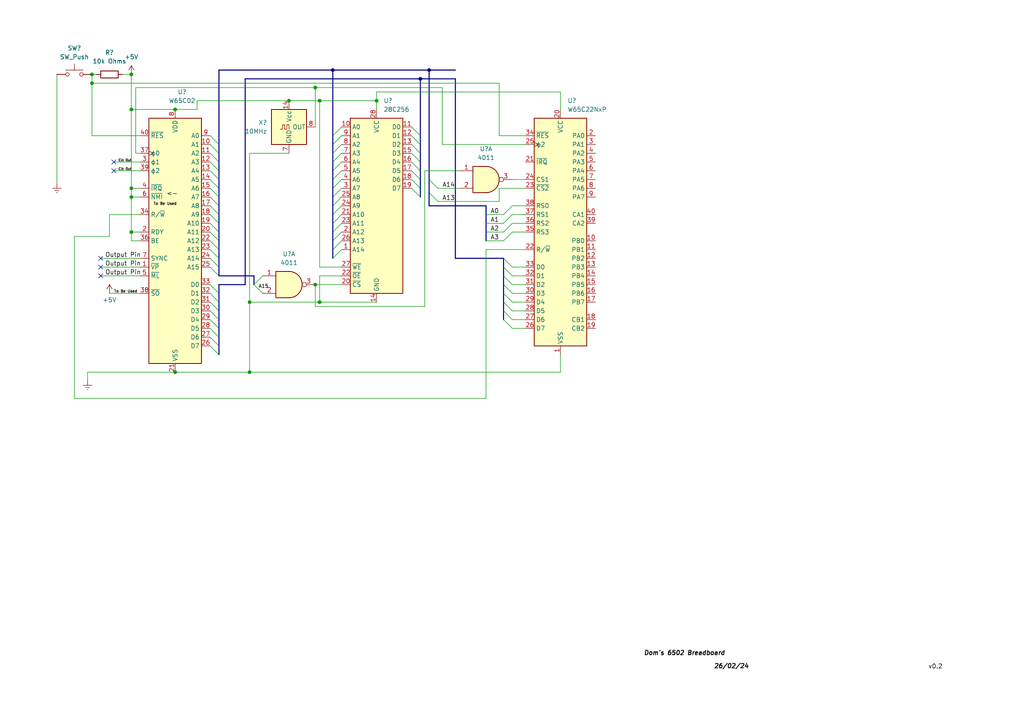
<source format=kicad_sch>
(kicad_sch (version 20211123) (generator eeschema)
  (paper "A4")
  (lib_symbols
    (symbol "4xxx:4011" (pin_names (offset 1.016))
      (property "Reference" "U" (at 0 1.27 0))
      (property "Value" "4011" (at 0 -1.27 0))
      (symbol "4011_1_1"
        (arc (start 0 -3.81) (mid 3.81 0) (end 0 3.81) (stroke (width 0.254)) (fill (type background)))
        (polyline (pts (xy 0 3.81) (xy -3.81 3.81) (xy -3.81 -3.81) (xy 0 -3.81)) (stroke (width 0.254)) (fill (type background)))
        (pin input line (at -7.62 2.54 0) (length 3.81) (name "~") (number "1"))
        (pin input line (at -7.62 -2.54 0) (length 3.81) (name "~") (number "2"))
        (pin output inverted (at 7.62 0 180) (length 3.81) (name "~") (number "3"))
      )
      (symbol "4011_1_2"
        (arc (start -3.81 -3.81) (mid -2.589 0) (end -3.81 3.81) (stroke (width 0.254)))
        (arc (start -0.6096 -3.81) (mid 2.1842 -2.5851) (end 3.81 0) (stroke (width 0.254)) (fill (type background)))
        (polyline (pts (xy -3.81 -3.81) (xy -0.635 -3.81)) (stroke (width 0.254)) (fill (type background)))
        (polyline (pts (xy -3.81 3.81) (xy -0.635 3.81)) (stroke (width 0.254)) (fill (type background)))
        (polyline (pts (xy -0.635 3.81) (xy -3.81 3.81) (xy -3.81 3.81) (xy -3.556 3.4036) (xy -3.0226 2.2606) (xy -2.6924 1.0414) (xy -2.6162 -0.254) (xy -2.7686 -1.4986) (xy -3.175 -2.7178) (xy -3.81 -3.81) (xy -3.81 -3.81) (xy -0.635 -3.81)) (stroke (width -25.4)) (fill (type background)))
        (arc (start 3.81 0) (mid 2.1915 2.5936) (end -0.6096 3.81) (stroke (width 0.254)) (fill (type background)))
        (pin input inverted (at -7.62 2.54 0) (length 4.318) (name "~") (number "1"))
        (pin input inverted (at -7.62 -2.54 0) (length 4.318) (name "~") (number "2"))
        (pin output line (at 7.62 0 180) (length 3.81) (name "~") (number "3"))
      )
      (symbol "4011_2_1"
        (arc (start 0 -3.81) (mid 3.81 0) (end 0 3.81) (stroke (width 0.254)) (fill (type background)))
        (polyline (pts (xy 0 3.81) (xy -3.81 3.81) (xy -3.81 -3.81) (xy 0 -3.81)) (stroke (width 0.254)) (fill (type background)))
        (pin output inverted (at 7.62 0 180) (length 3.81) (name "~") (number "4"))
        (pin input line (at -7.62 2.54 0) (length 3.81) (name "~") (number "5"))
        (pin input line (at -7.62 -2.54 0) (length 3.81) (name "~") (number "6"))
      )
      (symbol "4011_2_2"
        (arc (start -3.81 -3.81) (mid -2.589 0) (end -3.81 3.81) (stroke (width 0.254)))
        (arc (start -0.6096 -3.81) (mid 2.1842 -2.5851) (end 3.81 0) (stroke (width 0.254)) (fill (type background)))
        (polyline (pts (xy -3.81 -3.81) (xy -0.635 -3.81)) (stroke (width 0.254)) (fill (type background)))
        (polyline (pts (xy -3.81 3.81) (xy -0.635 3.81)) (stroke (width 0.254)) (fill (type background)))
        (polyline (pts (xy -0.635 3.81) (xy -3.81 3.81) (xy -3.81 3.81) (xy -3.556 3.4036) (xy -3.0226 2.2606) (xy -2.6924 1.0414) (xy -2.6162 -0.254) (xy -2.7686 -1.4986) (xy -3.175 -2.7178) (xy -3.81 -3.81) (xy -3.81 -3.81) (xy -0.635 -3.81)) (stroke (width -25.4)) (fill (type background)))
        (arc (start 3.81 0) (mid 2.1915 2.5936) (end -0.6096 3.81) (stroke (width 0.254)) (fill (type background)))
        (pin output line (at 7.62 0 180) (length 3.81) (name "~") (number "4"))
        (pin input inverted (at -7.62 2.54 0) (length 4.318) (name "~") (number "5"))
        (pin input inverted (at -7.62 -2.54 0) (length 4.318) (name "~") (number "6"))
      )
      (symbol "4011_3_1"
        (arc (start 0 -3.81) (mid 3.81 0) (end 0 3.81) (stroke (width 0.254)) (fill (type background)))
        (polyline (pts (xy 0 3.81) (xy -3.81 3.81) (xy -3.81 -3.81) (xy 0 -3.81)) (stroke (width 0.254)) (fill (type background)))
        (pin output inverted (at 7.62 0 180) (length 3.81) (name "~") (number "10"))
        (pin input line (at -7.62 2.54 0) (length 3.81) (name "~") (number "8"))
        (pin input line (at -7.62 -2.54 0) (length 3.81) (name "~") (number "9"))
      )
      (symbol "4011_3_2"
        (arc (start -3.81 -3.81) (mid -2.589 0) (end -3.81 3.81) (stroke (width 0.254)))
        (arc (start -0.6096 -3.81) (mid 2.1842 -2.5851) (end 3.81 0) (stroke (width 0.254)) (fill (type background)))
        (polyline (pts (xy -3.81 -3.81) (xy -0.635 -3.81)) (stroke (width 0.254)) (fill (type background)))
        (polyline (pts (xy -3.81 3.81) (xy -0.635 3.81)) (stroke (width 0.254)) (fill (type background)))
        (polyline (pts (xy -0.635 3.81) (xy -3.81 3.81) (xy -3.81 3.81) (xy -3.556 3.4036) (xy -3.0226 2.2606) (xy -2.6924 1.0414) (xy -2.6162 -0.254) (xy -2.7686 -1.4986) (xy -3.175 -2.7178) (xy -3.81 -3.81) (xy -3.81 -3.81) (xy -0.635 -3.81)) (stroke (width -25.4)) (fill (type background)))
        (arc (start 3.81 0) (mid 2.1915 2.5936) (end -0.6096 3.81) (stroke (width 0.254)) (fill (type background)))
        (pin output line (at 7.62 0 180) (length 3.81) (name "~") (number "10"))
        (pin input inverted (at -7.62 2.54 0) (length 4.318) (name "~") (number "8"))
        (pin input inverted (at -7.62 -2.54 0) (length 4.318) (name "~") (number "9"))
      )
      (symbol "4011_4_1"
        (arc (start 0 -3.81) (mid 3.81 0) (end 0 3.81) (stroke (width 0.254)) (fill (type background)))
        (polyline (pts (xy 0 3.81) (xy -3.81 3.81) (xy -3.81 -3.81) (xy 0 -3.81)) (stroke (width 0.254)) (fill (type background)))
        (pin output inverted (at 7.62 0 180) (length 3.81) (name "~") (number "11"))
        (pin input line (at -7.62 2.54 0) (length 3.81) (name "~") (number "12"))
        (pin input line (at -7.62 -2.54 0) (length 3.81) (name "~") (number "13"))
      )
      (symbol "4011_4_2"
        (arc (start -3.81 -3.81) (mid -2.589 0) (end -3.81 3.81) (stroke (width 0.254)))
        (arc (start -0.6096 -3.81) (mid 2.1842 -2.5851) (end 3.81 0) (stroke (width 0.254)) (fill (type background)))
        (polyline (pts (xy -3.81 -3.81) (xy -0.635 -3.81)) (stroke (width 0.254)) (fill (type background)))
        (polyline (pts (xy -3.81 3.81) (xy -0.635 3.81)) (stroke (width 0.254)) (fill (type background)))
        (polyline (pts (xy -0.635 3.81) (xy -3.81 3.81) (xy -3.81 3.81) (xy -3.556 3.4036) (xy -3.0226 2.2606) (xy -2.6924 1.0414) (xy -2.6162 -0.254) (xy -2.7686 -1.4986) (xy -3.175 -2.7178) (xy -3.81 -3.81) (xy -3.81 -3.81) (xy -0.635 -3.81)) (stroke (width -25.4)) (fill (type background)))
        (arc (start 3.81 0) (mid 2.1915 2.5936) (end -0.6096 3.81) (stroke (width 0.254)) (fill (type background)))
        (pin output line (at 7.62 0 180) (length 3.81) (name "~") (number "11"))
        (pin input inverted (at -7.62 2.54 0) (length 4.318) (name "~") (number "12"))
        (pin input inverted (at -7.62 -2.54 0) (length 4.318) (name "~") (number "13"))
      )
      (symbol "4011_5_0"
        (pin power_in line (at 0 12.7 270) (length 5.08) (name "VDD") (number "14"))
        (pin power_in line (at 0 -12.7 90) (length 5.08) (name "VSS") (number "7"))
      )
      (symbol "4011_5_1"
        (rectangle (start -5.08 7.62) (end 5.08 -7.62) (stroke (width 0.254)) (fill (type background)))
      )
    )
    (symbol "6502:W65C02SxP"
      (property "Reference" "U" (at 2.54 40.64 0))
      (property "Value" "W65C02SxP" (at 2.54 38.1 0))
      (symbol "W65C02SxP_0_1"
        (rectangle (start -7.62 35.56) (end 7.62 -35.56) (stroke (width 0.254)) (fill (type background)))
      )
      (symbol "W65C02SxP_1_1"
        (pin output line (at -10.16 -7.62 0) (length 2.54) (name "~{VP}") (number "1"))
        (pin tri_state line (at 10.16 27.94 180) (length 2.54) (name "A1") (number "10"))
        (pin tri_state line (at 10.16 25.4 180) (length 2.54) (name "A2") (number "11"))
        (pin tri_state line (at 10.16 22.86 180) (length 2.54) (name "A3") (number "12"))
        (pin tri_state line (at 10.16 20.32 180) (length 2.54) (name "A4") (number "13"))
        (pin tri_state line (at 10.16 17.78 180) (length 2.54) (name "A5") (number "14"))
        (pin tri_state line (at 10.16 15.24 180) (length 2.54) (name "A6") (number "15"))
        (pin tri_state line (at 10.16 12.7 180) (length 2.54) (name "A7") (number "16"))
        (pin tri_state line (at 10.16 10.16 180) (length 2.54) (name "A8") (number "17"))
        (pin tri_state line (at 10.16 7.62 180) (length 2.54) (name "A9") (number "18"))
        (pin tri_state line (at 10.16 5.08 180) (length 2.54) (name "A10") (number "19"))
        (pin open_collector line (at -10.16 2.54 0) (length 2.54) (name "RDY") (number "2"))
        (pin tri_state line (at 10.16 2.54 180) (length 2.54) (name "A11") (number "20"))
        (pin power_in line (at 0 -38.1 90) (length 2.54) (name "VSS") (number "21"))
        (pin tri_state line (at 10.16 0 180) (length 2.54) (name "A12") (number "22"))
        (pin tri_state line (at 10.16 -2.54 180) (length 2.54) (name "A13") (number "23"))
        (pin tri_state line (at 10.16 -5.08 180) (length 2.54) (name "A14") (number "24"))
        (pin tri_state line (at 10.16 -7.62 180) (length 2.54) (name "A15") (number "25"))
        (pin bidirectional line (at 10.16 -30.48 180) (length 2.54) (name "D7") (number "26"))
        (pin bidirectional line (at 10.16 -27.94 180) (length 2.54) (name "D6") (number "27"))
        (pin bidirectional line (at 10.16 -25.4 180) (length 2.54) (name "D5") (number "28"))
        (pin bidirectional line (at 10.16 -22.86 180) (length 2.54) (name "D4") (number "29"))
        (pin output line (at -10.16 22.86 0) (length 2.54) (name "ϕ1") (number "3"))
        (pin bidirectional line (at 10.16 -20.32 180) (length 2.54) (name "D3") (number "30"))
        (pin bidirectional line (at 10.16 -17.78 180) (length 2.54) (name "D2") (number "31"))
        (pin bidirectional line (at 10.16 -15.24 180) (length 2.54) (name "D1") (number "32"))
        (pin bidirectional line (at 10.16 -12.7 180) (length 2.54) (name "D0") (number "33"))
        (pin tri_state line (at -10.16 7.62 0) (length 2.54) (name "R/~{W}") (number "34"))
        (pin no_connect non_logic (at -7.62 -30.48 0) (length 2.54) hide (name "nc") (number "35"))
        (pin input line (at -10.16 0 0) (length 2.54) (name "BE") (number "36"))
        (pin input clock (at -10.16 25.4 0) (length 2.54) (name "ϕ0") (number "37"))
        (pin input line (at -10.16 -15.24 0) (length 2.54) (name "~{SO}") (number "38"))
        (pin output line (at -10.16 20.32 0) (length 2.54) (name "ϕ2") (number "39"))
        (pin input line (at -10.16 15.24 0) (length 2.54) (name "~{IRQ}") (number "4"))
        (pin input line (at -10.16 30.48 0) (length 2.54) (name "~{RES}") (number "40"))
        (pin output line (at -10.16 -10.16 0) (length 2.54) (name "~{ML}") (number "5"))
        (pin input line (at -10.16 12.7 0) (length 2.54) (name "~{NMI}") (number "6"))
        (pin output line (at -10.16 -5.08 0) (length 2.54) (name "SYNC") (number "7"))
        (pin power_in line (at 0 38.1 270) (length 2.54) (name "VDD") (number "8"))
        (pin tri_state line (at 10.16 30.48 180) (length 2.54) (name "A0") (number "9"))
      )
    )
    (symbol "6502:W65C22NxP"
      (property "Reference" "U" (at 2.54 38.1 0))
      (property "Value" "W65C22NxP" (at 2.54 35.56 0))
      (symbol "W65C22NxP_0_1"
        (rectangle (start -7.62 33.02) (end 7.62 -33.02) (stroke (width 0.254)) (fill (type background)))
      )
      (symbol "W65C22NxP_1_1"
        (pin power_in line (at 0 -35.56 90) (length 2.54) (name "VSS") (number "1"))
        (pin bidirectional line (at 10.16 -2.54 180) (length 2.54) (name "PB0") (number "10"))
        (pin bidirectional line (at 10.16 -5.08 180) (length 2.54) (name "PB1") (number "11"))
        (pin bidirectional line (at 10.16 -7.62 180) (length 2.54) (name "PB2") (number "12"))
        (pin bidirectional line (at 10.16 -10.16 180) (length 2.54) (name "PB3") (number "13"))
        (pin bidirectional line (at 10.16 -12.7 180) (length 2.54) (name "PB4") (number "14"))
        (pin bidirectional line (at 10.16 -15.24 180) (length 2.54) (name "PB5") (number "15"))
        (pin bidirectional line (at 10.16 -17.78 180) (length 2.54) (name "PB6") (number "16"))
        (pin bidirectional line (at 10.16 -20.32 180) (length 2.54) (name "PB7") (number "17"))
        (pin input line (at 10.16 -25.4 180) (length 2.54) (name "CB1") (number "18"))
        (pin bidirectional line (at 10.16 -27.94 180) (length 2.54) (name "CB2") (number "19"))
        (pin bidirectional line (at 10.16 27.94 180) (length 2.54) (name "PA0") (number "2"))
        (pin power_in line (at 0 35.56 270) (length 2.54) (name "VCC") (number "20"))
        (pin open_collector line (at -10.16 20.32 0) (length 2.54) (name "~{IRQ}") (number "21"))
        (pin input line (at -10.16 -5.08 0) (length 2.54) (name "R/~{W}") (number "22"))
        (pin input line (at -10.16 12.7 0) (length 2.54) (name "~{CS2}") (number "23"))
        (pin input line (at -10.16 15.24 0) (length 2.54) (name "CS1") (number "24"))
        (pin input clock (at -10.16 25.4 0) (length 2.54) (name "ϕ2") (number "25"))
        (pin bidirectional line (at -10.16 -27.94 0) (length 2.54) (name "D7") (number "26"))
        (pin bidirectional line (at -10.16 -25.4 0) (length 2.54) (name "D6") (number "27"))
        (pin bidirectional line (at -10.16 -22.86 0) (length 2.54) (name "D5") (number "28"))
        (pin bidirectional line (at -10.16 -20.32 0) (length 2.54) (name "D4") (number "29"))
        (pin bidirectional line (at 10.16 25.4 180) (length 2.54) (name "PA1") (number "3"))
        (pin bidirectional line (at -10.16 -17.78 0) (length 2.54) (name "D3") (number "30"))
        (pin bidirectional line (at -10.16 -15.24 0) (length 2.54) (name "D2") (number "31"))
        (pin bidirectional line (at -10.16 -12.7 0) (length 2.54) (name "D1") (number "32"))
        (pin bidirectional line (at -10.16 -10.16 0) (length 2.54) (name "D0") (number "33"))
        (pin input line (at -10.16 27.94 0) (length 2.54) (name "~{RES}") (number "34"))
        (pin input line (at -10.16 0 0) (length 2.54) (name "RS3") (number "35"))
        (pin input line (at -10.16 2.54 0) (length 2.54) (name "RS2") (number "36"))
        (pin input line (at -10.16 5.08 0) (length 2.54) (name "RS1") (number "37"))
        (pin input line (at -10.16 7.62 0) (length 2.54) (name "RS0") (number "38"))
        (pin bidirectional line (at 10.16 2.54 180) (length 2.54) (name "CA2") (number "39"))
        (pin bidirectional line (at 10.16 22.86 180) (length 2.54) (name "PA2") (number "4"))
        (pin input line (at 10.16 5.08 180) (length 2.54) (name "CA1") (number "40"))
        (pin bidirectional line (at 10.16 20.32 180) (length 2.54) (name "PA3") (number "5"))
        (pin bidirectional line (at 10.16 17.78 180) (length 2.54) (name "PA4") (number "6"))
        (pin bidirectional line (at 10.16 15.24 180) (length 2.54) (name "PA5") (number "7"))
        (pin bidirectional line (at 10.16 12.7 180) (length 2.54) (name "PA6") (number "8"))
        (pin bidirectional line (at 10.16 10.16 180) (length 2.54) (name "PA7") (number "9"))
      )
    )
    (symbol "Device:R" (pin_numbers hide) (pin_names (offset 0))
      (property "Reference" "R" (at 2.032 0 90))
      (property "Value" "R" (at 0 0 90))
      (symbol "R_0_1"
        (rectangle (start -1.016 -2.54) (end 1.016 2.54) (stroke (width 0.254)))
      )
      (symbol "R_1_1"
        (pin passive line (at 0 3.81 270) (length 1.27) (name "~") (number "1"))
        (pin passive line (at 0 -3.81 90) (length 1.27) (name "~") (number "2"))
      )
    )
    (symbol "EEProm:28C256"
      (property "Reference" "U" (at -7.62 26.67 0))
      (property "Value" "28C256" (at 2.54 -26.67 0))
      (symbol "28C256_1_1"
        (rectangle (start -7.62 25.4) (end 7.62 -25.4) (stroke (width 0.254)) (fill (type background)))
        (pin input line (at -10.16 -12.7 0) (length 2.54) (name "A14") (number "1"))
        (pin input line (at -10.16 22.86 0) (length 2.54) (name "A0") (number "10"))
        (pin tri_state line (at 10.16 22.86 180) (length 2.54) (name "D0") (number "11"))
        (pin tri_state line (at 10.16 20.32 180) (length 2.54) (name "D1") (number "12"))
        (pin tri_state line (at 10.16 17.78 180) (length 2.54) (name "D2") (number "13"))
        (pin power_in line (at 0 -27.94 90) (length 2.54) (name "GND") (number "14"))
        (pin tri_state line (at 10.16 15.24 180) (length 2.54) (name "D3") (number "15"))
        (pin tri_state line (at 10.16 12.7 180) (length 2.54) (name "D4") (number "16"))
        (pin tri_state line (at 10.16 10.16 180) (length 2.54) (name "D5") (number "17"))
        (pin tri_state line (at 10.16 7.62 180) (length 2.54) (name "D6") (number "18"))
        (pin tri_state line (at 10.16 5.08 180) (length 2.54) (name "D7") (number "19"))
        (pin input line (at -10.16 -7.62 0) (length 2.54) (name "A12") (number "2"))
        (pin input line (at -10.16 -22.86 0) (length 2.54) (name "~{CS}") (number "20"))
        (pin input line (at -10.16 -2.54 0) (length 2.54) (name "A10") (number "21"))
        (pin input line (at -10.16 -20.32 0) (length 2.54) (name "~{OE}") (number "22"))
        (pin input line (at -10.16 -5.08 0) (length 2.54) (name "A11") (number "23"))
        (pin input line (at -10.16 0 0) (length 2.54) (name "A9") (number "24"))
        (pin input line (at -10.16 2.54 0) (length 2.54) (name "A8") (number "25"))
        (pin input line (at -10.16 -10.16 0) (length 2.54) (name "A13") (number "26"))
        (pin input line (at -10.16 -17.78 0) (length 2.54) (name "~{WE}") (number "27"))
        (pin power_in line (at 0 27.94 270) (length 2.54) (name "VCC") (number "28"))
        (pin input line (at -10.16 5.08 0) (length 2.54) (name "A7") (number "3"))
        (pin input line (at -10.16 7.62 0) (length 2.54) (name "A6") (number "4"))
        (pin input line (at -10.16 10.16 0) (length 2.54) (name "A5") (number "5"))
        (pin input line (at -10.16 12.7 0) (length 2.54) (name "A4") (number "6"))
        (pin input line (at -10.16 15.24 0) (length 2.54) (name "A3") (number "7"))
        (pin input line (at -10.16 17.78 0) (length 2.54) (name "A2") (number "8"))
        (pin input line (at -10.16 20.32 0) (length 2.54) (name "A1") (number "9"))
      )
    )
    (symbol "Oscillator:ACO-xxxMHz" (pin_names (offset 0.254))
      (property "Reference" "X" (at -5.08 6.35 0))
      (property "Value" "ACO-xxxMHz" (at 1.27 -6.35 0))
      (symbol "ACO-xxxMHz_0_1"
        (rectangle (start -5.08 5.08) (end 5.08 -5.08) (stroke (width 0.254)) (fill (type background)))
        (polyline (pts (xy -2.54 -0.635) (xy -1.905 -0.635) (xy -1.905 0.635) (xy -1.27 0.635) (xy -1.27 -0.635) (xy -0.635 -0.635) (xy -0.635 0.635) (xy 0 0.635) (xy 0 -0.635)))
      )
      (symbol "ACO-xxxMHz_1_1"
        (pin no_connect line (at -7.62 0 0) (length 2.54) hide (name "NC") (number "1"))
        (pin power_in line (at 0 7.62 270) (length 2.54) (name "Vcc") (number "14"))
        (pin power_in line (at 0 -7.62 90) (length 2.54) (name "GND") (number "7"))
        (pin output line (at 7.62 0 180) (length 2.54) (name "OUT") (number "8"))
      )
    )
    (symbol "Switch:SW_Push" (pin_numbers hide) (pin_names (offset 1.016) hide)
      (property "Reference" "SW" (at 1.27 2.54 0))
      (property "Value" "SW_Push" (at 0 -1.524 0))
      (symbol "SW_Push_0_1"
        (circle (center -2.032 0) (radius 0.508))
        (polyline (pts (xy 0 1.27) (xy 0 3.048)))
        (polyline (pts (xy 2.54 1.27) (xy -2.54 1.27)))
        (circle (center 2.032 0) (radius 0.508))
        (pin passive line (at -5.08 0 0) (length 2.54) (name "1") (number "1"))
        (pin passive line (at 5.08 0 180) (length 2.54) (name "2") (number "2"))
      )
    )
    (symbol "power:+5V" (power) (pin_names (offset 0))
      (property "Value" "+5V" (at 0 3.556 0))
      (symbol "+5V_0_1"
        (polyline (pts (xy -0.762 1.27) (xy 0 2.54)))
        (polyline (pts (xy 0 0) (xy 0 2.54)))
        (polyline (pts (xy 0 2.54) (xy 0.762 1.27)))
      )
      (symbol "+5V_1_1"
        (pin power_in line (at 0 0 90) (length 0) hide (name "+5V") (number "1"))
      )
    )
    (symbol "power:Earth" (power) (pin_names (offset 0))
      (symbol "Earth_0_1"
        (polyline (pts (xy -0.635 -1.905) (xy 0.635 -1.905)))
        (polyline (pts (xy -0.127 -2.54) (xy 0.127 -2.54)))
        (polyline (pts (xy 0 -1.27) (xy 0 0)))
        (polyline (pts (xy 1.27 -1.27) (xy -1.27 -1.27)))
      )
      (symbol "Earth_1_1"
        (pin power_in line (at 0 0 270) (length 0) hide (name "Earth") (number "1"))
      )
    )
  )
  (junction (at 83.82 29.21))
  (junction (at 72.39 107.95))
  (junction (at 50.8 31.75))
  (junction (at 91.44 25.4))
  (junction (at 26.67 24.13))
  (junction (at 38.1 57.15))
  (junction (at 26.67 21.59))
  (junction (at 91.44 82.55))
  (junction (at 124.46 20.32))
  (junction (at 96.52 20.32))
  (junction (at 72.39 87.63))
  (junction (at 38.1 21.59))
  (junction (at 38.1 54.61))
  (junction (at 38.1 67.31))
  (junction (at 50.8 107.95))
  (junction (at 92.71 29.21))
  (junction (at 92.71 87.63))
  (junction (at 38.1 31.75))
  (junction (at 121.92 22.86))
  (junction (at 109.22 29.21))
  (no_connect (at 29.21 80.01))
  (no_connect (at 33.02 49.53))
  (no_connect (at 29.21 77.47))
  (no_connect (at 33.02 46.99))
  (no_connect (at 29.21 74.93))
  (bus_entry (at 99.06 49.53) (size -2.54 2.54))
  (bus_entry (at 60.96 52.07) (size 2.54 2.54))
  (bus_entry (at 60.96 90.17) (size 2.54 2.54))
  (bus_entry (at 60.96 74.93) (size 2.54 2.54))
  (bus_entry (at 119.38 44.45) (size 2.54 2.54))
  (bus_entry (at 60.96 49.53) (size 2.54 2.54))
  (bus_entry (at 119.38 36.83) (size 2.54 2.54))
  (bus_entry (at 119.38 39.37) (size 2.54 2.54))
  (bus_entry (at 60.96 44.45) (size 2.54 2.54))
  (bus_entry (at 99.06 36.83) (size -2.54 2.54))
  (bus_entry (at 119.38 54.61) (size 2.54 2.54))
  (bus_entry (at 146.05 64.77) (size 2.54 -2.54))
  (bus_entry (at 146.05 74.93) (size 2.54 2.54))
  (bus_entry (at 76.2 80.01) (size -2.54 2.54))
  (bus_entry (at 146.05 85.09) (size 2.54 2.54))
  (bus_entry (at 99.06 67.31) (size -2.54 2.54))
  (bus_entry (at 119.38 46.99) (size 2.54 2.54))
  (bus_entry (at 99.06 52.07) (size -2.54 2.54))
  (bus_entry (at 99.06 69.85) (size -2.54 2.54))
  (bus_entry (at 146.05 92.71) (size 2.54 2.54))
  (bus_entry (at 60.96 62.23) (size 2.54 2.54))
  (bus_entry (at 60.96 41.91) (size 2.54 2.54))
  (bus_entry (at 60.96 39.37) (size 2.54 2.54))
  (bus_entry (at 99.06 64.77) (size -2.54 2.54))
  (bus_entry (at 119.38 49.53) (size 2.54 2.54))
  (bus_entry (at 119.38 41.91) (size 2.54 2.54))
  (bus_entry (at 60.96 77.47) (size 2.54 2.54))
  (bus_entry (at 146.05 62.23) (size 2.54 -2.54))
  (bus_entry (at 124.46 55.88) (size 2.54 2.54))
  (bus_entry (at 99.06 72.39) (size -2.54 2.54))
  (bus_entry (at 60.96 59.69) (size 2.54 2.54))
  (bus_entry (at 99.06 57.15) (size -2.54 2.54))
  (bus_entry (at 146.05 87.63) (size 2.54 2.54))
  (bus_entry (at 60.96 57.15) (size 2.54 2.54))
  (bus_entry (at 99.06 62.23) (size -2.54 2.54))
  (bus_entry (at 60.96 85.09) (size 2.54 2.54))
  (bus_entry (at 60.96 100.33) (size 2.54 2.54))
  (bus_entry (at 99.06 41.91) (size -2.54 2.54))
  (bus_entry (at 146.05 82.55) (size 2.54 2.54))
  (bus_entry (at 76.2 85.09) (size -2.54 -2.54))
  (bus_entry (at 146.05 69.85) (size 2.54 -2.54))
  (bus_entry (at 60.96 92.71) (size 2.54 2.54))
  (bus_entry (at 60.96 64.77) (size 2.54 2.54))
  (bus_entry (at 60.96 46.99) (size 2.54 2.54))
  (bus_entry (at 124.46 52.07) (size 2.54 2.54))
  (bus_entry (at 60.96 97.79) (size 2.54 2.54))
  (bus_entry (at 146.05 67.31) (size 2.54 -2.54))
  (bus_entry (at 60.96 67.31) (size 2.54 2.54))
  (bus_entry (at 60.96 54.61) (size 2.54 2.54))
  (bus_entry (at 60.96 82.55) (size 2.54 2.54))
  (bus_entry (at 99.06 46.99) (size -2.54 2.54))
  (bus_entry (at 60.96 69.85) (size 2.54 2.54))
  (bus_entry (at 99.06 44.45) (size -2.54 2.54))
  (bus_entry (at 146.05 90.17) (size 2.54 2.54))
  (bus_entry (at 99.06 59.69) (size -2.54 2.54))
  (bus_entry (at 60.96 87.63) (size 2.54 2.54))
  (bus_entry (at 146.05 77.47) (size 2.54 2.54))
  (bus_entry (at 99.06 54.61) (size -2.54 2.54))
  (bus_entry (at 146.05 80.01) (size 2.54 2.54))
  (bus_entry (at 99.06 39.37) (size -2.54 2.54))
  (bus_entry (at 60.96 95.25) (size 2.54 2.54))
  (bus_entry (at 119.38 52.07) (size 2.54 2.54))
  (bus_entry (at 60.96 72.39) (size 2.54 2.54))
  (bus (pts (xy 96.52 57.15) (xy 96.52 59.69)))
  (wire (pts (xy 148.59 85.09) (xy 152.4 85.09)))
  (wire (pts (xy 31.75 62.23) (xy 31.75 68.58)))
  (wire (pts (xy 148.59 90.17) (xy 152.4 90.17)))
  (wire (pts (xy 140.97 115.57) (xy 140.97 72.39)))
  (wire (pts (xy 38.1 67.31) (xy 40.64 67.31)))
  (wire (pts (xy 16.51 21.59) (xy 16.51 53.34)))
  (wire (pts (xy 38.1 67.31) (xy 38.1 69.85)))
  (wire (pts (xy 99.06 77.47) (xy 92.71 77.47)))
  (wire (pts (xy 144.78 58.42) (xy 144.78 54.61)))
  (bus (pts (xy 146.05 82.55) (xy 146.05 85.09)))
  (wire (pts (xy 148.59 87.63) (xy 152.4 87.63)))
  (wire (pts (xy 38.1 21.59) (xy 35.56 21.59)))
  (wire (pts (xy 148.59 62.23) (xy 152.4 62.23)))
  (bus (pts (xy 146.05 85.09) (xy 146.05 87.63)))
  (wire (pts (xy 57.15 29.21) (xy 57.15 31.75)))
  (wire (pts (xy 25.4 107.95) (xy 25.4 110.49)))
  (wire (pts (xy 26.67 24.13) (xy 26.67 39.37)))
  (bus (pts (xy 96.52 62.23) (xy 96.52 64.77)))
  (bus (pts (xy 96.52 64.77) (xy 96.52 67.31)))
  (wire (pts (xy 133.35 49.53) (xy 123.19 49.53)))
  (bus (pts (xy 96.52 59.69) (xy 96.52 62.23)))
  (bus (pts (xy 146.05 80.01) (xy 146.05 82.55)))
  (bus (pts (xy 63.5 64.77) (xy 63.5 62.23)))
  (wire (pts (xy 92.71 80.01) (xy 92.71 87.63)))
  (bus (pts (xy 96.52 54.61) (xy 96.52 57.15)))
  (bus (pts (xy 63.5 20.32) (xy 96.52 20.32)))
  (bus (pts (xy 96.52 72.39) (xy 96.52 74.93)))
  (bus (pts (xy 63.5 46.99) (xy 63.5 44.45)))
  (wire (pts (xy 148.59 59.69) (xy 152.4 59.69)))
  (wire (pts (xy 92.71 29.21) (xy 109.22 29.21)))
  (wire (pts (xy 109.22 29.21) (xy 109.22 26.67)))
  (bus (pts (xy 124.46 20.32) (xy 132.08 20.32)))
  (wire (pts (xy 162.56 26.67) (xy 162.56 31.75)))
  (bus (pts (xy 124.46 55.88) (xy 124.46 59.69)))
  (bus (pts (xy 121.92 22.86) (xy 121.92 39.37)))
  (bus (pts (xy 96.52 41.91) (xy 96.52 44.45)))
  (bus (pts (xy 63.5 100.33) (xy 63.5 97.79)))
  (wire (pts (xy 27.94 21.59) (xy 26.67 21.59)))
  (bus (pts (xy 96.52 49.53) (xy 96.52 52.07)))
  (bus (pts (xy 146.05 90.17) (xy 146.05 92.71)))
  (bus (pts (xy 121.92 41.91) (xy 121.92 44.45)))
  (bus (pts (xy 96.52 69.85) (xy 96.52 72.39)))
  (wire (pts (xy 38.1 54.61) (xy 38.1 57.15)))
  (bus (pts (xy 63.5 69.85) (xy 63.5 67.31)))
  (bus (pts (xy 96.52 20.32) (xy 96.52 39.37)))
  (bus (pts (xy 63.5 62.23) (xy 63.5 59.69)))
  (bus (pts (xy 146.05 87.63) (xy 146.05 90.17)))
  (wire (pts (xy 148.59 77.47) (xy 152.4 77.47)))
  (wire (pts (xy 148.59 92.71) (xy 152.4 92.71)))
  (wire (pts (xy 152.4 41.91) (xy 128.27 41.91)))
  (wire (pts (xy 140.97 67.31) (xy 146.05 67.31)))
  (wire (pts (xy 40.64 69.85) (xy 38.1 69.85)))
  (wire (pts (xy 21.59 115.57) (xy 140.97 115.57)))
  (wire (pts (xy 91.44 36.83) (xy 91.44 25.4)))
  (bus (pts (xy 63.5 57.15) (xy 63.5 54.61)))
  (wire (pts (xy 148.59 64.77) (xy 152.4 64.77)))
  (wire (pts (xy 26.67 39.37) (xy 40.64 39.37)))
  (bus (pts (xy 63.5 87.63) (xy 63.5 85.09)))
  (wire (pts (xy 128.27 41.91) (xy 128.27 25.4)))
  (bus (pts (xy 63.5 72.39) (xy 63.5 69.85)))
  (wire (pts (xy 72.39 87.63) (xy 72.39 107.95)))
  (bus (pts (xy 63.5 67.31) (xy 63.5 64.77)))
  (wire (pts (xy 29.21 80.01) (xy 40.64 80.01)))
  (wire (pts (xy 26.67 24.13) (xy 144.78 24.13)))
  (bus (pts (xy 63.5 54.61) (xy 63.5 52.07)))
  (bus (pts (xy 63.5 102.87) (xy 63.5 100.33)))
  (wire (pts (xy 127 58.42) (xy 144.78 58.42)))
  (bus (pts (xy 121.92 46.99) (xy 121.92 49.53)))
  (bus (pts (xy 121.92 52.07) (xy 121.92 54.61)))
  (wire (pts (xy 31.75 68.58) (xy 21.59 68.58)))
  (wire (pts (xy 72.39 107.95) (xy 50.8 107.95)))
  (bus (pts (xy 63.5 85.09) (xy 63.5 82.55)))
  (bus (pts (xy 146.05 74.93) (xy 146.05 77.47)))
  (wire (pts (xy 39.37 44.45) (xy 40.64 44.45)))
  (bus (pts (xy 121.92 54.61) (xy 121.92 57.15)))
  (wire (pts (xy 140.97 69.85) (xy 146.05 69.85)))
  (wire (pts (xy 162.56 102.87) (xy 162.56 107.95)))
  (bus (pts (xy 146.05 77.47) (xy 146.05 80.01)))
  (wire (pts (xy 91.44 25.4) (xy 39.37 25.4)))
  (bus (pts (xy 63.5 74.93) (xy 63.5 72.39)))
  (wire (pts (xy 123.19 88.9) (xy 91.44 88.9)))
  (wire (pts (xy 33.02 49.53) (xy 40.64 49.53)))
  (wire (pts (xy 99.06 80.01) (xy 92.71 80.01)))
  (bus (pts (xy 96.52 52.07) (xy 96.52 54.61)))
  (wire (pts (xy 39.37 25.4) (xy 39.37 44.45)))
  (bus (pts (xy 96.52 67.31) (xy 96.52 69.85)))
  (bus (pts (xy 96.52 44.45) (xy 96.52 46.99)))
  (wire (pts (xy 38.1 31.75) (xy 38.1 54.61)))
  (wire (pts (xy 33.02 46.99) (xy 40.64 46.99)))
  (wire (pts (xy 91.44 82.55) (xy 99.06 82.55)))
  (bus (pts (xy 124.46 52.07) (xy 124.46 55.88)))
  (wire (pts (xy 50.8 107.95) (xy 25.4 107.95)))
  (wire (pts (xy 29.21 74.93) (xy 40.64 74.93)))
  (wire (pts (xy 40.64 57.15) (xy 38.1 57.15)))
  (wire (pts (xy 31.75 62.23) (xy 40.64 62.23)))
  (bus (pts (xy 63.5 41.91) (xy 63.5 20.32)))
  (wire (pts (xy 144.78 24.13) (xy 144.78 39.37)))
  (bus (pts (xy 140.97 59.69) (xy 140.97 69.85)))
  (wire (pts (xy 140.97 72.39) (xy 152.4 72.39)))
  (wire (pts (xy 109.22 31.75) (xy 109.22 29.21)))
  (wire (pts (xy 83.82 29.21) (xy 57.15 29.21)))
  (bus (pts (xy 63.5 90.17) (xy 63.5 87.63)))
  (wire (pts (xy 38.1 57.15) (xy 38.1 67.31)))
  (wire (pts (xy 148.59 67.31) (xy 152.4 67.31)))
  (bus (pts (xy 63.5 92.71) (xy 63.5 90.17)))
  (wire (pts (xy 31.75 85.09) (xy 40.64 85.09)))
  (bus (pts (xy 63.5 80.01) (xy 63.5 77.47)))
  (wire (pts (xy 40.64 54.61) (xy 38.1 54.61)))
  (wire (pts (xy 148.59 95.25) (xy 152.4 95.25)))
  (bus (pts (xy 63.5 59.69) (xy 63.5 57.15)))
  (bus (pts (xy 132.08 74.93) (xy 146.05 74.93)))
  (bus (pts (xy 96.52 20.32) (xy 124.46 20.32)))
  (bus (pts (xy 63.5 44.45) (xy 63.5 41.91)))
  (bus (pts (xy 121.92 22.86) (xy 132.08 22.86)))
  (wire (pts (xy 91.44 88.9) (xy 91.44 82.55)))
  (bus (pts (xy 71.12 82.55) (xy 71.12 22.86)))
  (wire (pts (xy 148.59 80.01) (xy 152.4 80.01)))
  (wire (pts (xy 128.27 25.4) (xy 91.44 25.4)))
  (wire (pts (xy 109.22 26.67) (xy 162.56 26.67)))
  (bus (pts (xy 96.52 39.37) (xy 96.52 41.91)))
  (bus (pts (xy 121.92 49.53) (xy 121.92 52.07)))
  (wire (pts (xy 50.8 31.75) (xy 38.1 31.75)))
  (wire (pts (xy 83.82 44.45) (xy 72.39 44.45)))
  (bus (pts (xy 71.12 22.86) (xy 121.92 22.86)))
  (wire (pts (xy 72.39 107.95) (xy 162.56 107.95)))
  (bus (pts (xy 132.08 22.86) (xy 132.08 74.93)))
  (wire (pts (xy 140.97 64.77) (xy 146.05 64.77)))
  (bus (pts (xy 63.5 95.25) (xy 63.5 92.71)))
  (wire (pts (xy 127 54.61) (xy 133.35 54.61)))
  (wire (pts (xy 140.97 62.23) (xy 146.05 62.23)))
  (wire (pts (xy 21.59 68.58) (xy 21.59 115.57)))
  (bus (pts (xy 63.5 80.01) (xy 73.66 80.01)))
  (wire (pts (xy 92.71 77.47) (xy 92.71 29.21)))
  (wire (pts (xy 38.1 21.59) (xy 38.1 31.75)))
  (wire (pts (xy 72.39 87.63) (xy 92.71 87.63)))
  (wire (pts (xy 144.78 54.61) (xy 152.4 54.61)))
  (bus (pts (xy 63.5 82.55) (xy 71.12 82.55)))
  (bus (pts (xy 124.46 59.69) (xy 140.97 59.69)))
  (bus (pts (xy 96.52 46.99) (xy 96.52 49.53)))
  (bus (pts (xy 63.5 52.07) (xy 63.5 49.53)))
  (bus (pts (xy 73.66 80.01) (xy 73.66 82.55)))
  (wire (pts (xy 152.4 52.07) (xy 148.59 52.07)))
  (wire (pts (xy 29.21 77.47) (xy 40.64 77.47)))
  (wire (pts (xy 123.19 49.53) (xy 123.19 88.9)))
  (wire (pts (xy 57.15 31.75) (xy 50.8 31.75)))
  (wire (pts (xy 92.71 87.63) (xy 109.22 87.63)))
  (bus (pts (xy 121.92 44.45) (xy 121.92 46.99)))
  (wire (pts (xy 148.59 82.55) (xy 152.4 82.55)))
  (bus (pts (xy 121.92 39.37) (xy 121.92 41.91)))
  (wire (pts (xy 72.39 44.45) (xy 72.39 87.63)))
  (bus (pts (xy 63.5 77.47) (xy 63.5 74.93)))
  (bus (pts (xy 63.5 49.53) (xy 63.5 46.99)))
  (wire (pts (xy 83.82 29.21) (xy 92.71 29.21)))
  (wire (pts (xy 144.78 39.37) (xy 152.4 39.37)))
  (bus (pts (xy 124.46 20.32) (xy 124.46 52.07)))
  (wire (pts (xy 26.67 21.59) (xy 26.67 24.13)))
  (bus (pts (xy 63.5 97.79) (xy 63.5 95.25)))
  (label "A13" (at 128.27 58.42 0))
  (label "A1" (at 142.24 64.77 0))
  (label "Output Pin" (at 30.48 80.01 0))
  (label "Output Pin" (at 30.48 74.93 0))
  (label "<-" (at 48.26 57.15 0))
  (label "Dom's 6502 Breadboard" (at 186.69 190.5 0) (effects (font (thickness 0.254) bold italic)))
  (label "A2" (at 142.24 67.31 0))
  (label "A0" (at 142.24 62.23 0))
  (label "v0.2" (at 269.24 194.31 0))
  (label "A14" (at 128.27 54.61 0))
  (label "Output Pin" (at 30.48 77.47 0))
  (label "Clk Out" (at 34.29 49.53 0) (effects (font (size 0.66 0.66))))
  (label "A3" (at 142.24 69.85 0))
  (label "To Be Used" (at 33.02 85.09 0) (effects (font (size 0.77 0.77))))
  (label "To Be Used" (at 44.45 59.69 0) (effects (font (size 0.77 0.77))))
  (label "26{slash}02{slash}24" (at 207.01 194.31 0) (effects (font (thickness 0.254) bold italic)))
  (label "Clk Out" (at 34.29 46.99 0) (effects (font (size 0.66 0.66))))
  (label "A15" (at 74.93 83.82 0) (effects (font (size 1.016 1.016))))
  (symbol (lib_id "power:Earth") (at 25.4 110.49 0) (unit 1)
    (property "Reference" "#PWR?" (effects hide))
    (property "Value" "Earth" (effects hide))
  )
  (symbol (lib_id "4xxx:4011") (at 140.97 52.07 0) (unit 1)
    (property "Reference" "U?" (at 140.97 43.18 0))
    (property "Value" "4011" (at 140.97 45.72 0))
    (property "Datasheet" "http://www.intersil.com/content/dam/Intersil/documents/cd40/cd4011bms-12bms-23bms.pdf" (effects hide))
  )
  (symbol (lib_id "Device:R") (at 31.75 21.59 90) (unit 1)
    (property "Reference" "R?" (at 31.75 15.24 90))
    (property "Value" "10k Ohms" (at 31.75 17.78 90))
  )
  (symbol (lib_id "6502:W65C22NxP") (at 162.56 67.31 0) (unit 1)
    (property "Reference" "U?" (at 164.5794 29.21 0) (effects (justify left)))
    (property "Value" "W65C22NxP" (at 164.5794 31.75 0) (effects (justify left)))
    (property "Footprint" "Package_DIP:DIP-40_W15.24mm" (effects hide))
    (property "Datasheet" "http://www.westerndesigncenter.com/wdc/documentation/w65c22.pdf" (effects hide))
  )
  (symbol (lib_id "power:Earth") (at 16.51 53.34 0) (unit 1)
    (property "Reference" "#PWR?" (effects hide))
    (property "Value" "Earth" (effects hide))
  )
  (symbol (lib_id "power:+5V") (at 31.75 85.09 0) (unit 1)
    (property "Reference" "#PWR?" (effects hide))
    (property "Value" "+5V" (at 31.75 87.01 0))
  )
  (symbol (lib_id "power:+5V") (at 38.1 21.59 0) (unit 1)
    (property "Reference" "#PWR?" (effects hide))
    (property "Value" "+5V" (at 38.1 16.51 0))
  )
  (symbol (lib_id "EEProm:28C256") (at 109.22 59.69 0) (unit 1)
    (property "Reference" "U?" (at 111.2394 29.21 0) (effects (justify left)))
    (property "Value" "28C256" (at 111.2394 31.75 0) (effects (justify left)))
    (property "Datasheet" "http://ww1.microchip.com/downloads/en/DeviceDoc/doc0006.pdf" (effects hide))
  )
  (symbol (lib_id "Oscillator:ACO-xxxMHz") (at 83.82 36.83 0) (unit 1)
    (property "Reference" "X?" (at 77.47 35.5599 0) (effects (justify right)))
    (property "Value" "10MHz" (at 77.47 38.0999 0) (effects (justify right)))
    (property "Footprint" "Oscillator:Oscillator_DIP-14" (effects hide))
    (property "Datasheet" "http://www.conwin.com/datasheets/cx/cx030.pdf" (effects hide))
  )
  (symbol (lib_id "4xxx:4011") (at 83.82 82.55 0) (unit 1)
    (property "Reference" "U?" (at 83.82 73.66 0))
    (property "Value" "4011" (at 83.82 76.2 0))
    (property "Datasheet" "http://www.intersil.com/content/dam/Intersil/documents/cd40/cd4011bms-12bms-23bms.pdf" (effects hide))
  )
  (symbol (lib_id "Switch:SW_Push") (at 21.59 21.59 0) (unit 1)
    (property "Reference" "SW?" (at 21.59 13.97 0))
    (property "Value" "SW_Push" (at 21.59 16.51 0))
  )
  (symbol (lib_id "6502:W65C02SxP") (at 50.8 69.85 0) (unit 1)
    (property "Reference" "U?" (at 52.8194 26.67 0))
    (property "Value" "W65C02" (at 52.8194 29.21 0))
    (property "Footprint" "Package_DIP:DIP-40_W15.24mm" (effects hide))
    (property "Datasheet" "http://www.westerndesigncenter.com/wdc/documentation/w65c02s.pdf" (effects hide))
  )
)
</source>
